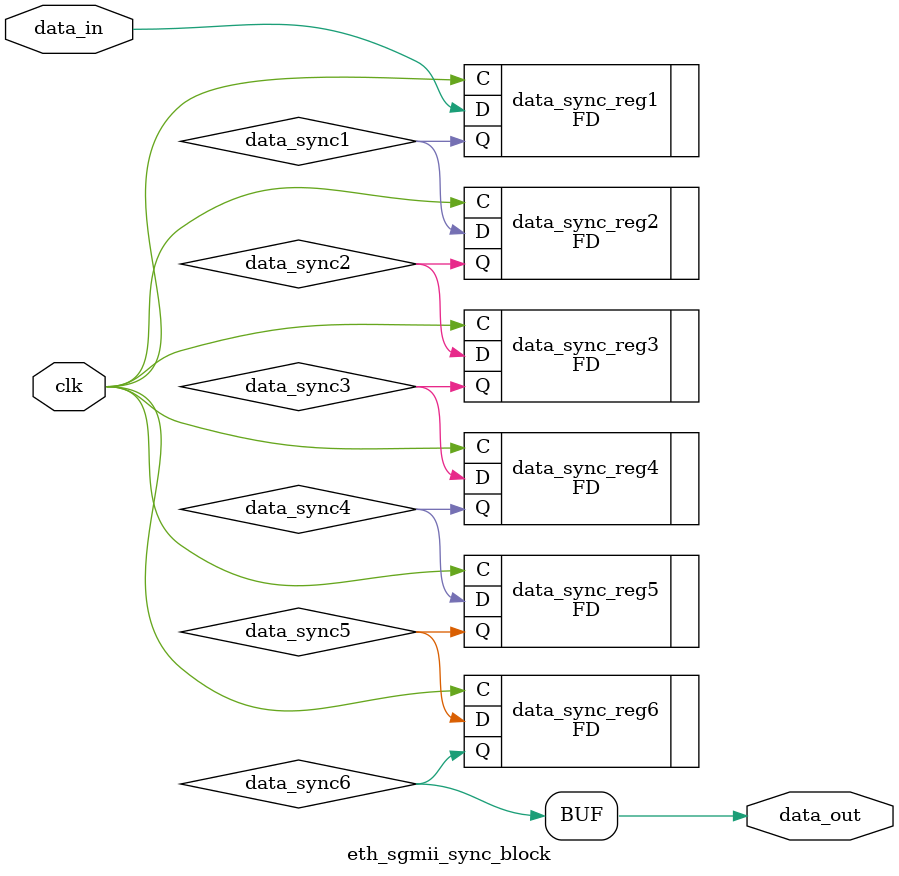
<source format=v>

`timescale 1ps / 1ps

module eth_sgmii_sync_block #(
  parameter INITIALISE = 2'b00
)
(
  input        clk,              // clock to be sync'ed to
  input        data_in,          // Data to be 'synced'
  output       data_out          // synced data
);

  // Internal Signals
  wire data_sync1;
  wire data_sync2;
  wire data_sync3;
  wire data_sync4;
  wire data_sync5;
  wire data_sync6;


  (* shreg_extract = "no", ASYNC_REG = "TRUE" *)
  FD #(
    .INIT (INITIALISE[0])
  ) data_sync_reg1 (
    .C  (clk),
    .D  (data_in),
    .Q  (data_sync1)
  );


  (* shreg_extract = "no", ASYNC_REG = "TRUE" *)
  FD #(
   .INIT (INITIALISE[1])
  ) data_sync_reg2 (
  .C  (clk),
  .D  (data_sync1),
  .Q  (data_sync2)
  );


  (* shreg_extract = "no", ASYNC_REG = "TRUE" *)
  FD #(
   .INIT (INITIALISE[1])
  ) data_sync_reg3 (
  .C  (clk),
  .D  (data_sync2),
  .Q  (data_sync3)
  );

  (* shreg_extract = "no", ASYNC_REG = "TRUE" *)
  FD #(
   .INIT (INITIALISE[1])
  ) data_sync_reg4 (
  .C  (clk),
  .D  (data_sync3),
  .Q  (data_sync4)
  );

  (* shreg_extract = "no", ASYNC_REG = "TRUE" *)
  FD #(
   .INIT (INITIALISE[1])
  ) data_sync_reg5 (
  .C  (clk),
  .D  (data_sync4),
  .Q  (data_sync5)
  );

  (* shreg_extract = "no", ASYNC_REG = "TRUE" *)
  FD #(
   .INIT (INITIALISE[1])
  ) data_sync_reg6 (
  .C  (clk),
  .D  (data_sync5),
  .Q  (data_sync6)
  );
  assign data_out = data_sync6;


endmodule



</source>
